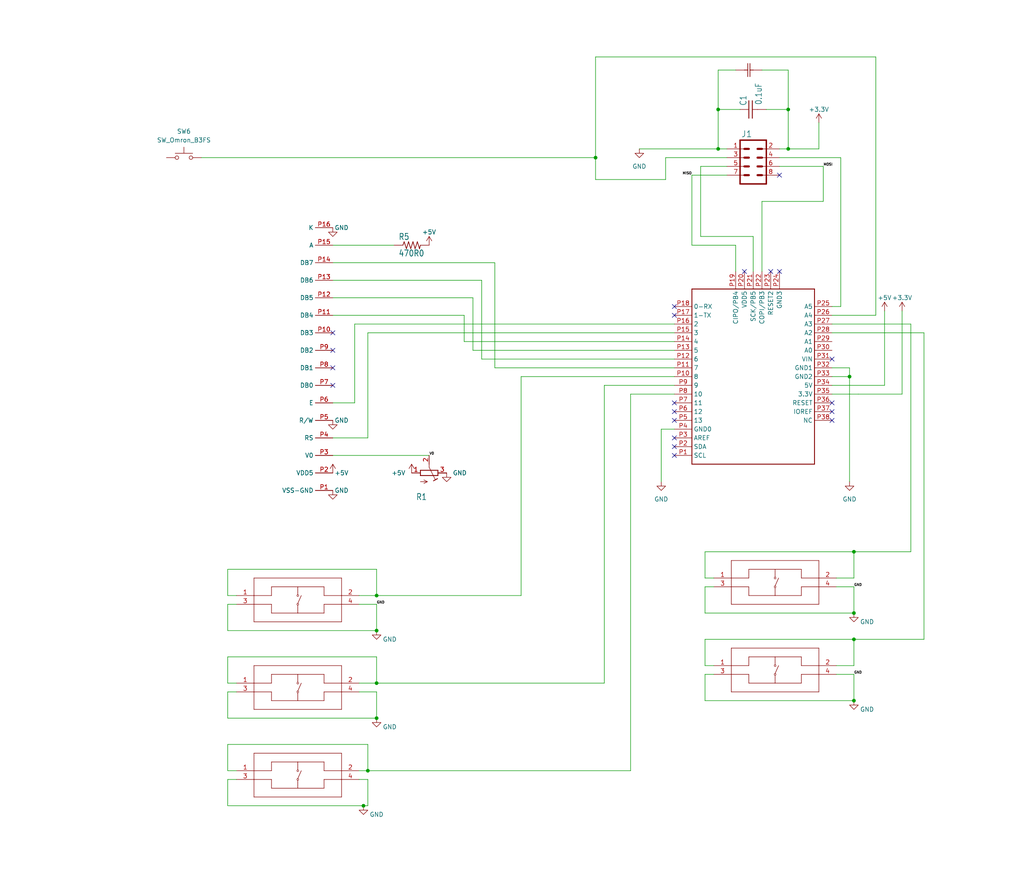
<source format=kicad_sch>
(kicad_sch (version 20230121) (generator eeschema)
  (paper "User" 297.002 253.543)
  (lib_symbols
    (symbol "Arduino_Shield_RC_Controller-eagle-import:ADM1602K"
      (symbol "ADM1602K_1_0"
        (pin bidirectional line (at -7.62 -15.24 0) (length 5.08) (name "VSS-GND") (number "P1"))
        (pin bidirectional line (at -7.62 30.48 0) (length 5.08) (name "DB3") (number "P10"))
        (pin bidirectional line (at -7.62 35.56 0) (length 5.08) (name "DB4") (number "P11"))
        (pin bidirectional line (at -7.62 40.64 0) (length 5.08) (name "DB5") (number "P12"))
        (pin bidirectional line (at -7.62 45.72 0) (length 5.08) (name "DB6") (number "P13"))
        (pin bidirectional line (at -7.62 50.8 0) (length 5.08) (name "DB7") (number "P14"))
        (pin bidirectional line (at -7.62 55.88 0) (length 5.08) (name "A") (number "P15"))
        (pin bidirectional line (at -7.62 60.96 0) (length 5.08) (name "K") (number "P16"))
        (pin bidirectional line (at -7.62 -10.16 0) (length 5.08) (name "VDD5") (number "P2"))
        (pin bidirectional line (at -7.62 -5.08 0) (length 5.08) (name "V0") (number "P3"))
        (pin bidirectional line (at -7.62 0 0) (length 5.08) (name "RS") (number "P4"))
        (pin bidirectional line (at -7.62 5.08 0) (length 5.08) (name "R/W") (number "P5"))
        (pin bidirectional line (at -7.62 10.16 0) (length 5.08) (name "E") (number "P6"))
        (pin bidirectional line (at -7.62 15.24 0) (length 5.08) (name "DB0") (number "P7"))
        (pin bidirectional line (at -7.62 20.32 0) (length 5.08) (name "DB1") (number "P8"))
        (pin bidirectional line (at -7.62 25.4 0) (length 5.08) (name "DB2") (number "P9"))
      )
    )
    (symbol "Arduino_Shield_RC_Controller-eagle-import:ARDUINO_R3"
      (symbol "ARDUINO_R3_1_0"
        (polyline (pts (xy 0 -2.54) (xy 35.56 -2.54)) (stroke (width 0.254)))
        (polyline (pts (xy 0 48.26) (xy 0 -2.54)) (stroke (width 0.254)))
        (polyline (pts (xy 35.56 -2.54) (xy 35.56 48.26)) (stroke (width 0.254)))
        (polyline (pts (xy 35.56 48.26) (xy 0 48.26)) (stroke (width 0.254)))
        (pin bidirectional line (at -5.08 0 0) (length 5.08) (name "SCL") (number "P1"))
        (pin bidirectional line (at -5.08 22.86 0) (length 5.08) (name "8") (number "P10"))
        (pin bidirectional line (at -5.08 25.4 0) (length 5.08) (name "7") (number "P11"))
        (pin bidirectional line (at -5.08 27.94 0) (length 5.08) (name "6") (number "P12"))
        (pin bidirectional line (at -5.08 30.48 0) (length 5.08) (name "5") (number "P13"))
        (pin bidirectional line (at -5.08 33.02 0) (length 5.08) (name "4") (number "P14"))
        (pin bidirectional line (at -5.08 35.56 0) (length 5.08) (name "3") (number "P15"))
        (pin bidirectional line (at -5.08 38.1 0) (length 5.08) (name "2") (number "P16"))
        (pin bidirectional line (at -5.08 40.64 0) (length 5.08) (name "1-TX") (number "P17"))
        (pin bidirectional line (at -5.08 43.18 0) (length 5.08) (name "0-RX") (number "P18"))
        (pin bidirectional line (at 12.7 53.34 270) (length 5.08) (name "CIPO/PB4") (number "P19"))
        (pin bidirectional line (at -5.08 2.54 0) (length 5.08) (name "SDA") (number "P2"))
        (pin bidirectional line (at 15.24 53.34 270) (length 5.08) (name "VDD5") (number "P20"))
        (pin bidirectional line (at 17.78 53.34 270) (length 5.08) (name "SCK/PB5") (number "P21"))
        (pin bidirectional line (at 20.32 53.34 270) (length 5.08) (name "COPI/PB3") (number "P22"))
        (pin bidirectional line (at 22.86 53.34 270) (length 5.08) (name "RESET2") (number "P23"))
        (pin bidirectional line (at 25.4 53.34 270) (length 5.08) (name "GND3") (number "P24"))
        (pin bidirectional line (at 40.64 43.18 180) (length 5.08) (name "A5") (number "P25"))
        (pin bidirectional line (at 40.64 40.64 180) (length 5.08) (name "A4") (number "P26"))
        (pin bidirectional line (at 40.64 38.1 180) (length 5.08) (name "A3") (number "P27"))
        (pin bidirectional line (at 40.64 35.56 180) (length 5.08) (name "A2") (number "P28"))
        (pin bidirectional line (at 40.64 33.02 180) (length 5.08) (name "A1") (number "P29"))
        (pin bidirectional line (at -5.08 5.08 0) (length 5.08) (name "AREF") (number "P3"))
        (pin bidirectional line (at 40.64 30.48 180) (length 5.08) (name "A0") (number "P30"))
        (pin bidirectional line (at 40.64 27.94 180) (length 5.08) (name "VIN") (number "P31"))
        (pin bidirectional line (at 40.64 25.4 180) (length 5.08) (name "GND1") (number "P32"))
        (pin bidirectional line (at 40.64 22.86 180) (length 5.08) (name "GND2") (number "P33"))
        (pin bidirectional line (at 40.64 20.32 180) (length 5.08) (name "5V") (number "P34"))
        (pin bidirectional line (at 40.64 17.78 180) (length 5.08) (name "3.3V") (number "P35"))
        (pin bidirectional line (at 40.64 15.24 180) (length 5.08) (name "RESET") (number "P36"))
        (pin bidirectional line (at 40.64 12.7 180) (length 5.08) (name "IOREF") (number "P37"))
        (pin bidirectional line (at 40.64 10.16 180) (length 5.08) (name "NC") (number "P38"))
        (pin bidirectional line (at -5.08 7.62 0) (length 5.08) (name "GND0") (number "P4"))
        (pin bidirectional line (at -5.08 10.16 0) (length 5.08) (name "13") (number "P5"))
        (pin bidirectional line (at -5.08 12.7 0) (length 5.08) (name "12") (number "P6"))
        (pin bidirectional line (at -5.08 15.24 0) (length 5.08) (name "11") (number "P7"))
        (pin bidirectional line (at -5.08 17.78 0) (length 5.08) (name "10") (number "P8"))
        (pin bidirectional line (at -5.08 20.32 0) (length 5.08) (name "9") (number "P9"))
      )
    )
    (symbol "Arduino_Shield_RC_Controller-eagle-import:CAP_470UF_RAD_TH"
      (symbol "CAP_470UF_RAD_TH_1_0"
        (polyline (pts (xy 2.54 0) (xy 3.4798 0)) (stroke (width 0.2032)))
        (polyline (pts (xy 3.4798 -1.905) (xy 3.4798 0)) (stroke (width 0.2032)))
        (polyline (pts (xy 3.4798 0) (xy 3.4798 1.905)) (stroke (width 0.2032)))
        (polyline (pts (xy 4.1148 -1.905) (xy 4.1148 0)) (stroke (width 0.2032)))
        (polyline (pts (xy 4.1148 0) (xy 4.1148 1.905)) (stroke (width 0.2032)))
        (polyline (pts (xy 4.1148 0) (xy 5.08 0)) (stroke (width 0.2032)))
        (pin passive line (at 0 0 0) (length 2.54) (name "1") (number "1"))
        (pin passive line (at 7.62 0 180) (length 2.54) (name "2") (number "2"))
      )
    )
    (symbol "Arduino_Shield_RC_Controller-eagle-import:CONN_04X2"
      (property "Reference" "J" (at -3.81 5.588 0))
      (symbol "CONN_04X2_1_0"
        (polyline (pts (xy -3.81 5.08) (xy -3.81 -7.62)) (stroke (width 0.4064)))
        (polyline (pts (xy -3.81 5.08) (xy 3.81 5.08)) (stroke (width 0.4064)))
        (polyline (pts (xy -1.27 -5.08) (xy -2.54 -5.08)) (stroke (width 0.6096)))
        (polyline (pts (xy -1.27 -2.54) (xy -2.54 -2.54)) (stroke (width 0.6096)))
        (polyline (pts (xy -1.27 0) (xy -2.54 0)) (stroke (width 0.6096)))
        (polyline (pts (xy -1.27 2.54) (xy -2.54 2.54)) (stroke (width 0.6096)))
        (polyline (pts (xy 1.27 -5.08) (xy 2.54 -5.08)) (stroke (width 0.6096)))
        (polyline (pts (xy 1.27 -2.54) (xy 2.54 -2.54)) (stroke (width 0.6096)))
        (polyline (pts (xy 1.27 0) (xy 2.54 0)) (stroke (width 0.6096)))
        (polyline (pts (xy 1.27 2.54) (xy 2.54 2.54)) (stroke (width 0.6096)))
        (polyline (pts (xy 3.81 -7.62) (xy -3.81 -7.62)) (stroke (width 0.4064)))
        (polyline (pts (xy 3.81 -7.62) (xy 3.81 5.08)) (stroke (width 0.4064)))
        (pin passive line (at -7.62 2.54 0) (length 5.08) (name "1") (number "1"))
        (pin passive line (at 7.62 2.54 180) (length 5.08) (name "2") (number "2"))
        (pin passive line (at -7.62 0 0) (length 5.08) (name "3") (number "3"))
        (pin passive line (at 7.62 0 180) (length 5.08) (name "4") (number "4"))
        (pin passive line (at -7.62 -2.54 0) (length 5.08) (name "5") (number "5"))
        (pin passive line (at 7.62 -2.54 180) (length 5.08) (name "6") (number "6"))
        (pin passive line (at -7.62 -5.08 0) (length 5.08) (name "7") (number "7"))
        (pin passive line (at 7.62 -5.08 180) (length 5.08) (name "8") (number "8"))
      )
    )
    (symbol "Arduino_Shield_RC_Controller-eagle-import:C_0402_0.1UF"
      (property "Reference" "C" (at 1.016 0.635 0))
      (symbol "C_0402_0.1UF_1_0"
        (polyline (pts (xy -2.54 -1.016) (xy 2.54 -1.016)) (stroke (width 0.254)))
        (polyline (pts (xy -2.54 0) (xy 2.54 0)) (stroke (width 0.254)))
        (polyline (pts (xy 0 -1.016) (xy 0 -2.54)) (stroke (width 0.1524)))
        (pin passive line (at 0 2.54 270) (length 2.54) (name "1") (number "P$1"))
        (pin passive line (at 0 -5.08 90) (length 2.54) (name "2") (number "P$2"))
      )
    )
    (symbol "Arduino_Shield_RC_Controller-eagle-import:PTS810SJG250SMTRLFS"
      (symbol "PTS810SJG250SMTRLFS_1_0"
        (polyline (pts (xy 7.62 -7.62) (xy 33.02 -7.62)) (stroke (width 0.1524)))
        (polyline (pts (xy 7.62 -2.54) (xy 7.62 -7.62)) (stroke (width 0.1524)))
        (polyline (pts (xy 7.62 0) (xy 7.62 -2.54)) (stroke (width 0.1524)))
        (polyline (pts (xy 7.62 0) (xy 12.7 0)) (stroke (width 0.1524)))
        (polyline (pts (xy 7.62 5.08) (xy 7.62 0)) (stroke (width 0.1524)))
        (polyline (pts (xy 12.7 -5.08) (xy 12.7 -2.54)) (stroke (width 0.1524)))
        (polyline (pts (xy 12.7 -2.54) (xy 7.62 -2.54)) (stroke (width 0.1524)))
        (polyline (pts (xy 12.7 0) (xy 12.7 2.54)) (stroke (width 0.1524)))
        (polyline (pts (xy 12.7 2.54) (xy 20.32 2.54)) (stroke (width 0.1524)))
        (polyline (pts (xy 20.32 -5.08) (xy 12.7 -5.08)) (stroke (width 0.1524)))
        (polyline (pts (xy 20.32 -2.794) (xy 20.32 -5.08)) (stroke (width 0.1524)))
        (polyline (pts (xy 20.32 2.54) (xy 20.32 0.254)) (stroke (width 0.1524)))
        (polyline (pts (xy 20.32 2.54) (xy 27.94 2.54)) (stroke (width 0.1524)))
        (polyline (pts (xy 21.336 0) (xy 20.32 -2.286)) (stroke (width 0.1524)))
        (polyline (pts (xy 27.94 -5.08) (xy 20.32 -5.08)) (stroke (width 0.1524)))
        (polyline (pts (xy 27.94 -2.54) (xy 27.94 -5.08)) (stroke (width 0.1524)))
        (polyline (pts (xy 27.94 0) (xy 33.02 0)) (stroke (width 0.1524)))
        (polyline (pts (xy 27.94 2.54) (xy 27.94 0)) (stroke (width 0.1524)))
        (polyline (pts (xy 33.02 -7.62) (xy 33.02 -2.54)) (stroke (width 0.1524)))
        (polyline (pts (xy 33.02 -2.54) (xy 27.94 -2.54)) (stroke (width 0.1524)))
        (polyline (pts (xy 33.02 -2.54) (xy 33.02 0)) (stroke (width 0.1524)))
        (polyline (pts (xy 33.02 0) (xy 33.02 5.08)) (stroke (width 0.1524)))
        (polyline (pts (xy 33.02 5.08) (xy 7.62 5.08)) (stroke (width 0.1524)))
        (arc (start 20.32 -2.794) (mid 20.5728 -2.54) (end 20.32 -2.286) (stroke (width 0.127)))
        (arc (start 20.32 -2.286) (mid 20.0671 -2.54) (end 20.32 -2.794) (stroke (width 0.127)))
        (arc (start 20.32 -0.254) (mid 20.5728 0) (end 20.32 0.254) (stroke (width 0.127)))
        (arc (start 20.32 0.254) (mid 20.0671 0) (end 20.32 -0.254) (stroke (width 0.127)))
        (pin passive line (at 2.54 0 0) (length 5.08) (name "1") (number "1"))
        (pin passive line (at 38.1 0 180) (length 5.08) (name "2") (number "2"))
        (pin passive line (at 2.54 -2.54 0) (length 5.08) (name "3") (number "3"))
        (pin passive line (at 38.1 -2.54 180) (length 5.08) (name "4") (number "4"))
      )
    )
    (symbol "Arduino_Shield_RC_Controller-eagle-import:R-TRIMM3103"
      (property "Reference" "R" (at -5.969 -3.81 90))
      (symbol "R-TRIMM3103_1_0"
        (polyline (pts (xy -2.54 -2.54) (xy -2.54 -0.508)) (stroke (width 0.1524)))
        (polyline (pts (xy -2.54 -0.508) (xy -3.048 -1.524)) (stroke (width 0.1524)))
        (polyline (pts (xy -2.54 -0.508) (xy -2.032 -1.524)) (stroke (width 0.1524)))
        (polyline (pts (xy -2.286 1.27) (xy -1.651 2.413)) (stroke (width 0.254)))
        (polyline (pts (xy -0.762 -2.54) (xy 0.762 -2.54)) (stroke (width 0.254)))
        (polyline (pts (xy -0.762 2.54) (xy -0.762 -2.54)) (stroke (width 0.254)))
        (polyline (pts (xy 0 2.54) (xy -0.762 2.54)) (stroke (width 0.254)))
        (polyline (pts (xy 0 2.54) (xy 0 5.08)) (stroke (width 0.1524)))
        (polyline (pts (xy 0.762 -2.54) (xy 0.762 2.54)) (stroke (width 0.254)))
        (polyline (pts (xy 0.762 2.54) (xy 0 2.54)) (stroke (width 0.254)))
        (polyline (pts (xy 1.651 0) (xy -1.8796 1.7526)) (stroke (width 0.1524)))
        (polyline (pts (xy 2.54 0) (xy 1.651 0)) (stroke (width 0.1524)))
        (pin passive line (at 0 -5.08 90) (length 2.54) (name "A") (number "1"))
        (pin passive line (at 5.08 0 180) (length 2.54) (name "S") (number "2"))
        (pin passive line (at 0 5.08 270) (length 2.54) (name "E") (number "3"))
      )
    )
    (symbol "Arduino_Shield_RC_Controller-eagle-import:R_0402_470R0"
      (property "Reference" "R" (at -3.81 1.4986 0))
      (symbol "R_0402_470R0_1_0"
        (polyline (pts (xy -2.54 0) (xy -2.159 1.016)) (stroke (width 0.2032)))
        (polyline (pts (xy -2.159 1.016) (xy -1.524 -1.016)) (stroke (width 0.2032)))
        (polyline (pts (xy -1.524 -1.016) (xy -0.889 1.016)) (stroke (width 0.2032)))
        (polyline (pts (xy -0.889 1.016) (xy -0.254 -1.016)) (stroke (width 0.2032)))
        (polyline (pts (xy -0.254 -1.016) (xy 0.381 1.016)) (stroke (width 0.2032)))
        (polyline (pts (xy 0.381 1.016) (xy 1.016 -1.016)) (stroke (width 0.2032)))
        (polyline (pts (xy 1.016 -1.016) (xy 1.651 1.016)) (stroke (width 0.2032)))
        (polyline (pts (xy 1.651 1.016) (xy 2.286 -1.016)) (stroke (width 0.2032)))
        (polyline (pts (xy 2.286 -1.016) (xy 2.54 0)) (stroke (width 0.2032)))
        (pin passive line (at -5.08 0 0) (length 2.54) (name "1") (number "P$1"))
        (pin passive line (at 5.08 0 180) (length 2.54) (name "2") (number "P$2"))
      )
    )
    (symbol "Switch:SW_Omron_B3FS" (pin_numbers hide) (pin_names (offset 1.016) hide)
      (property "Reference" "SW" (at 1.27 2.54 0))
      (property "Value" "SW_Omron_B3FS" (at 0 -1.524 0))
      (symbol "SW_Omron_B3FS_0_1"
        (circle (center -2.032 0) (radius 0.508))
        (polyline (pts (xy 0 1.27) (xy 0 3.048)))
        (polyline (pts (xy 2.54 1.27) (xy -2.54 1.27)))
        (circle (center 2.032 0) (radius 0.508))
        (pin passive line (at -5.08 0 0) (length 2.54) (name "1") (number "1"))
        (pin passive line (at 5.08 0 180) (length 2.54) (name "2") (number "2"))
      )
    )
    (symbol "power:+3.3V" (power) (pin_names (offset 0))
      (property "Value" "+3.3V" (at 0 3.556 0))
      (symbol "+3.3V_0_1"
        (polyline (pts (xy -0.762 1.27) (xy 0 2.54)))
        (polyline (pts (xy 0 0) (xy 0 2.54)))
        (polyline (pts (xy 0 2.54) (xy 0.762 1.27)))
      )
      (symbol "+3.3V_1_1"
        (pin power_in line (at 0 0 90) (length 0) hide (name "+3.3V") (number "1"))
      )
    )
    (symbol "power:+5V" (power) (pin_names (offset 0))
      (property "Value" "+5V" (at 0 3.556 0))
      (symbol "+5V_0_1"
        (polyline (pts (xy -0.762 1.27) (xy 0 2.54)))
        (polyline (pts (xy 0 0) (xy 0 2.54)))
        (polyline (pts (xy 0 2.54) (xy 0.762 1.27)))
      )
      (symbol "+5V_1_1"
        (pin power_in line (at 0 0 90) (length 0) hide (name "+5V") (number "1"))
      )
    )
    (symbol "power:GND" (power) (pin_names (offset 0))
      (property "Value" "GND" (at 0 -3.81 0))
      (symbol "GND_0_1"
        (polyline (pts (xy 0 0) (xy 0 -1.27) (xy 1.27 -1.27) (xy 0 -2.54) (xy -1.27 -1.27) (xy 0 -1.27)))
      )
      (symbol "GND_1_1"
        (pin power_in line (at 0 0 270) (length 0) hide (name "GND") (number "1"))
      )
    )
  )
  (junction (at 247.65 203.2))
  (junction (at 109.22 182.88))
  (junction (at 228.6 43.18))
  (junction (at 109.22 198.12))
  (junction (at 172.72 45.72))
  (junction (at 247.65 177.8))
  (junction (at 247.65 185.42))
  (junction (at 208.28 43.18))
  (junction (at 208.28 31.75))
  (junction (at 106.68 223.52))
  (junction (at 109.22 208.28))
  (junction (at 105.41 233.68))
  (junction (at 109.22 172.72))
  (junction (at 247.65 160.02))
  (junction (at 246.38 109.22))
  (junction (at 228.6 31.75))
  (no_connect (at 195.58 132.08))
  (no_connect (at 226.06 78.74))
  (no_connect (at 195.58 129.54))
  (no_connect (at 195.58 91.44))
  (no_connect (at 96.52 106.68))
  (no_connect (at 96.52 101.6))
  (no_connect (at 226.06 50.8))
  (no_connect (at 241.3 116.84))
  (no_connect (at 195.58 88.9))
  (no_connect (at 241.3 119.38))
  (no_connect (at 96.52 96.52))
  (no_connect (at 96.52 111.76))
  (no_connect (at 195.58 121.92))
  (no_connect (at 241.3 121.92))
  (no_connect (at 215.9 78.74))
  (no_connect (at 223.52 78.74))
  (no_connect (at 241.3 104.14))
  (no_connect (at 195.58 127))
  (no_connect (at 195.58 119.38))
  (no_connect (at 195.58 116.84))
  (wire (pts (xy 267.97 96.52) (xy 267.97 185.42)))
  (wire (pts (xy 241.3 88.9) (xy 243.84 88.9)))
  (wire (pts (xy 109.22 175.26) (xy 104.14 175.26)) (stroke (width 0.1524)))
  (wire (pts (xy 96.52 71.12) (xy 114.3 71.12)) (stroke (width 0.1524)))
  (wire (pts (xy 237.49 43.18) (xy 228.6 43.18)))
  (wire (pts (xy 172.72 45.72) (xy 172.72 52.07)))
  (wire (pts (xy 208.28 20.32) (xy 208.28 31.75)) (stroke (width 0.1524)))
  (wire (pts (xy 210.82 50.8) (xy 200.66 50.8)) (stroke (width 0.1524)))
  (wire (pts (xy 226.06 43.18) (xy 228.6 43.18)) (stroke (width 0.1524)))
  (wire (pts (xy 237.49 35.56) (xy 237.49 43.18)))
  (wire (pts (xy 247.65 160.02) (xy 247.65 167.64)) (stroke (width 0.1524)))
  (wire (pts (xy 207.01 167.64) (xy 204.47 167.64)) (stroke (width 0.1524)))
  (wire (pts (xy 104.14 223.52) (xy 106.68 223.52)) (stroke (width 0.1524)))
  (wire (pts (xy 210.82 48.26) (xy 203.2 48.26)) (stroke (width 0.1524)))
  (wire (pts (xy 204.47 177.8) (xy 247.65 177.8)) (stroke (width 0.1524)))
  (wire (pts (xy 195.58 111.76) (xy 175.26 111.76)))
  (wire (pts (xy 195.58 124.46) (xy 191.77 124.46)))
  (wire (pts (xy 207.01 170.18) (xy 204.47 170.18)) (stroke (width 0.1524)))
  (wire (pts (xy 203.2 68.58) (xy 203.2 48.26)) (stroke (width 0.1524)))
  (wire (pts (xy 247.65 185.42) (xy 247.65 193.04)) (stroke (width 0.1524)))
  (wire (pts (xy 264.16 93.98) (xy 264.16 160.02)))
  (wire (pts (xy 207.01 195.58) (xy 204.47 195.58)) (stroke (width 0.1524)))
  (wire (pts (xy 66.04 165.1) (xy 109.22 165.1)) (stroke (width 0.1524)))
  (wire (pts (xy 102.87 116.84) (xy 96.52 116.84)))
  (wire (pts (xy 254 91.44) (xy 241.3 91.44)))
  (wire (pts (xy 204.47 167.64) (xy 204.47 160.02)) (stroke (width 0.1524)))
  (wire (pts (xy 66.04 226.06) (xy 66.04 233.68)) (stroke (width 0.1524)))
  (wire (pts (xy 58.42 45.72) (xy 172.72 45.72)))
  (wire (pts (xy 204.47 185.42) (xy 247.65 185.42)) (stroke (width 0.1524)))
  (wire (pts (xy 182.88 223.52) (xy 106.68 223.52)))
  (wire (pts (xy 193.04 52.07) (xy 172.72 52.07)))
  (wire (pts (xy 242.57 193.04) (xy 247.65 193.04)) (stroke (width 0.1524)))
  (wire (pts (xy 68.58 223.52) (xy 66.04 223.52)) (stroke (width 0.1524)))
  (wire (pts (xy 264.16 160.02) (xy 247.65 160.02)))
  (wire (pts (xy 66.04 175.26) (xy 66.04 182.88)) (stroke (width 0.1524)))
  (wire (pts (xy 195.58 101.6) (xy 137.16 101.6)))
  (wire (pts (xy 204.47 193.04) (xy 204.47 185.42)) (stroke (width 0.1524)))
  (wire (pts (xy 248.92 114.3) (xy 261.62 114.3)))
  (wire (pts (xy 241.3 96.52) (xy 267.97 96.52)))
  (wire (pts (xy 66.04 190.5) (xy 109.22 190.5)) (stroke (width 0.1524)))
  (wire (pts (xy 106.68 96.52) (xy 106.68 127)))
  (wire (pts (xy 182.88 114.3) (xy 182.88 223.52)))
  (wire (pts (xy 213.36 20.32) (xy 208.28 20.32)) (stroke (width 0.1524)))
  (wire (pts (xy 68.58 172.72) (xy 66.04 172.72)) (stroke (width 0.1524)))
  (wire (pts (xy 134.62 99.06) (xy 195.58 99.06)))
  (wire (pts (xy 246.38 139.7) (xy 246.38 109.22)))
  (wire (pts (xy 200.66 71.12) (xy 213.36 71.12)) (stroke (width 0.1524)))
  (wire (pts (xy 109.22 200.66) (xy 104.14 200.66)) (stroke (width 0.1524)))
  (wire (pts (xy 109.22 190.5) (xy 109.22 198.12)) (stroke (width 0.1524)))
  (wire (pts (xy 66.04 223.52) (xy 66.04 215.9)) (stroke (width 0.1524)))
  (wire (pts (xy 104.14 198.12) (xy 109.22 198.12)))
  (wire (pts (xy 218.44 68.58) (xy 203.2 68.58)) (stroke (width 0.1524)))
  (wire (pts (xy 96.52 132.08) (xy 124.46 132.08)) (stroke (width 0.1524)))
  (wire (pts (xy 106.68 215.9) (xy 106.68 223.52)) (stroke (width 0.1524)))
  (wire (pts (xy 104.14 172.72) (xy 109.22 172.72)) (stroke (width 0.1524)))
  (wire (pts (xy 247.65 203.2) (xy 247.65 195.58)) (stroke (width 0.1524)))
  (wire (pts (xy 261.62 90.17) (xy 261.62 114.3)))
  (wire (pts (xy 247.65 177.8) (xy 247.65 170.18)) (stroke (width 0.1524)))
  (wire (pts (xy 220.98 58.42) (xy 238.76 58.42)) (stroke (width 0.1524)))
  (wire (pts (xy 238.76 48.26) (xy 226.06 48.26)) (stroke (width 0.1524)))
  (wire (pts (xy 213.36 71.12) (xy 213.36 78.74)) (stroke (width 0.1524)))
  (wire (pts (xy 200.66 50.8) (xy 200.66 71.12)) (stroke (width 0.1524)))
  (wire (pts (xy 204.47 170.18) (xy 204.47 177.8)) (stroke (width 0.1524)))
  (wire (pts (xy 102.87 93.98) (xy 102.87 116.84)))
  (wire (pts (xy 210.82 43.18) (xy 208.28 43.18)) (stroke (width 0.1524)))
  (wire (pts (xy 238.76 58.42) (xy 238.76 48.26)) (stroke (width 0.1524)))
  (wire (pts (xy 208.28 31.75) (xy 208.28 43.18)) (stroke (width 0.1524)))
  (wire (pts (xy 66.04 182.88) (xy 109.22 182.88)) (stroke (width 0.1524)))
  (wire (pts (xy 172.72 16.51) (xy 172.72 45.72)))
  (wire (pts (xy 109.22 208.28) (xy 109.22 200.66)) (stroke (width 0.1524)))
  (wire (pts (xy 195.58 109.22) (xy 151.13 109.22)))
  (wire (pts (xy 143.51 76.2) (xy 96.52 76.2)))
  (wire (pts (xy 247.65 195.58) (xy 242.57 195.58)) (stroke (width 0.1524)))
  (wire (pts (xy 241.3 114.3) (xy 248.92 114.3)) (stroke (width 0.1524)))
  (wire (pts (xy 96.52 81.28) (xy 139.7 81.28)))
  (wire (pts (xy 104.14 226.06) (xy 106.68 226.06)) (stroke (width 0.1524)))
  (wire (pts (xy 220.98 78.74) (xy 220.98 58.42)) (stroke (width 0.1524)))
  (wire (pts (xy 228.6 20.32) (xy 228.6 31.75)) (stroke (width 0.1524)))
  (wire (pts (xy 139.7 81.28) (xy 139.7 104.14)))
  (wire (pts (xy 96.52 91.44) (xy 134.62 91.44)))
  (wire (pts (xy 226.06 45.72) (xy 243.84 45.72)))
  (wire (pts (xy 241.3 93.98) (xy 264.16 93.98)))
  (wire (pts (xy 256.54 111.76) (xy 241.3 111.76)))
  (wire (pts (xy 66.04 172.72) (xy 66.04 165.1)) (stroke (width 0.1524)))
  (wire (pts (xy 254 16.51) (xy 254 91.44)))
  (wire (pts (xy 105.41 233.68) (xy 106.68 233.68)) (stroke (width 0.1524)))
  (wire (pts (xy 204.47 203.2) (xy 247.65 203.2)) (stroke (width 0.1524)))
  (wire (pts (xy 175.26 198.12) (xy 109.22 198.12)))
  (wire (pts (xy 68.58 200.66) (xy 66.04 200.66)) (stroke (width 0.1524)))
  (wire (pts (xy 210.82 45.72) (xy 193.04 45.72)))
  (wire (pts (xy 193.04 45.72) (xy 193.04 52.07)))
  (wire (pts (xy 220.98 20.32) (xy 228.6 20.32)) (stroke (width 0.1524)))
  (wire (pts (xy 228.6 31.75) (xy 228.6 43.18)) (stroke (width 0.1524)))
  (wire (pts (xy 242.57 167.64) (xy 247.65 167.64)) (stroke (width 0.1524)))
  (wire (pts (xy 68.58 198.12) (xy 66.04 198.12)) (stroke (width 0.1524)))
  (wire (pts (xy 195.58 106.68) (xy 143.51 106.68)))
  (wire (pts (xy 256.54 90.17) (xy 256.54 111.76)))
  (wire (pts (xy 66.04 200.66) (xy 66.04 208.28)) (stroke (width 0.1524)))
  (wire (pts (xy 106.68 233.68) (xy 106.68 226.06)) (stroke (width 0.1524)))
  (wire (pts (xy 247.65 170.18) (xy 242.57 170.18)) (stroke (width 0.1524)))
  (wire (pts (xy 151.13 109.22) (xy 151.13 172.72)))
  (wire (pts (xy 66.04 215.9) (xy 106.68 215.9)) (stroke (width 0.1524)))
  (wire (pts (xy 175.26 111.76) (xy 175.26 198.12)))
  (wire (pts (xy 241.3 109.22) (xy 246.38 109.22)) (stroke (width 0.1524)))
  (wire (pts (xy 139.7 104.14) (xy 195.58 104.14)))
  (wire (pts (xy 243.84 45.72) (xy 243.84 88.9)))
  (wire (pts (xy 137.16 86.36) (xy 96.52 86.36)))
  (wire (pts (xy 66.04 208.28) (xy 109.22 208.28)) (stroke (width 0.1524)))
  (wire (pts (xy 109.22 182.88) (xy 109.22 175.26)) (stroke (width 0.1524)))
  (wire (pts (xy 134.62 91.44) (xy 134.62 99.06)))
  (wire (pts (xy 241.3 106.68) (xy 246.38 106.68)) (stroke (width 0.1524)))
  (wire (pts (xy 172.72 16.51) (xy 254 16.51)))
  (wire (pts (xy 185.42 43.18) (xy 208.28 43.18)))
  (wire (pts (xy 195.58 96.52) (xy 106.68 96.52)))
  (wire (pts (xy 66.04 198.12) (xy 66.04 190.5)) (stroke (width 0.1524)))
  (wire (pts (xy 218.44 68.58) (xy 218.44 78.74)) (stroke (width 0.1524)))
  (wire (pts (xy 191.77 124.46) (xy 191.77 139.7)))
  (wire (pts (xy 68.58 226.06) (xy 66.04 226.06)) (stroke (width 0.1524)))
  (wire (pts (xy 246.38 109.22) (xy 246.38 106.68)) (stroke (width 0.1524)))
  (wire (pts (xy 151.13 172.72) (xy 109.22 172.72)))
  (wire (pts (xy 143.51 106.68) (xy 143.51 76.2)))
  (wire (pts (xy 222.25 31.75) (xy 228.6 31.75)))
  (wire (pts (xy 66.04 233.68) (xy 105.41 233.68)) (stroke (width 0.1524)))
  (wire (pts (xy 207.01 193.04) (xy 204.47 193.04)) (stroke (width 0.1524)))
  (wire (pts (xy 109.22 165.1) (xy 109.22 172.72)) (stroke (width 0.1524)))
  (wire (pts (xy 208.28 31.75) (xy 214.63 31.75)))
  (wire (pts (xy 106.68 127) (xy 96.52 127)))
  (wire (pts (xy 204.47 160.02) (xy 247.65 160.02)) (stroke (width 0.1524)))
  (wire (pts (xy 204.47 195.58) (xy 204.47 203.2)) (stroke (width 0.1524)))
  (wire (pts (xy 137.16 101.6) (xy 137.16 86.36)))
  (wire (pts (xy 68.58 175.26) (xy 66.04 175.26)) (stroke (width 0.1524)))
  (wire (pts (xy 195.58 93.98) (xy 102.87 93.98)))
  (wire (pts (xy 247.65 185.42) (xy 267.97 185.42)))
  (wire (pts (xy 195.58 114.3) (xy 182.88 114.3)))
  (label "MOSI" (at 238.76 48.26 0) (effects (font (size 0.7112 0.7112))))
  (label "V0" (at 124.46 132.08 0) (effects (font (size 0.7112 0.7112))))
  (label "GND" (at 247.65 170.18 0) (effects (font (size 0.7112 0.7112))))
  (label "MISO" (at 200.66 50.8 180) (effects (font (size 0.7112 0.7112))))
  (label "GND" (at 247.65 195.58 0) (effects (font (size 0.7112 0.7112))))
  (label "GND" (at 109.22 175.26 0) (effects (font (size 0.7112 0.7112))))
  (symbol (lib_id "Arduino_Shield_RC_Controller-eagle-import:ADM1602K") (at 88.9 127 0) (mirror y) (unit 1)
    (property "Reference" "LCD1" (effects hide))
    (property "Value" "ADM1602K" (effects hide))
    (property "Footprint" "Arduino_Shield_RC_Controller:ADM1602K" (effects hide))
  )
  (symbol (lib_id "power:+5V") (at 119.38 137.16 0) (unit 1)
    (property "Reference" "#PWR014" (effects hide))
    (property "Value" "+5V" (at 115.57 137.16 0))
  )
  (symbol (lib_id "power:GND") (at 129.54 137.16 0) (unit 1)
    (property "Reference" "#PWR011" (effects hide))
    (property "Value" "GND" (at 133.35 137.16 0))
  )
  (symbol (lib_id "power:+5V") (at 96.52 137.16 0) (unit 1)
    (property "Reference" "#PWR013" (effects hide))
    (property "Value" "+5V" (at 99.06 137.16 0))
  )
  (symbol (lib_id "power:GND") (at 105.41 233.68 0) (unit 1)
    (property "Reference" "#PWR016" (effects hide))
    (property "Value" "GND" (at 109.22 236.22 0))
  )
  (symbol (lib_id "Switch:SW_Omron_B3FS") (at 53.34 45.72 0) (unit 1)
    (property "Reference" "SW6" (at 53.34 38.1 0))
    (property "Value" "SW_Omron_B3FS" (at 53.34 40.64 0))
    (property "Footprint" "Button_Switch_THT:SW_TH_Tactile_Omron_B3F-10xx" (effects hide))
    (property "Datasheet" "https://omronfs.omron.com/en_US/ecb/products/pdf/en-b3fs.pdf" (effects hide))
  )
  (symbol (lib_id "Arduino_Shield_RC_Controller-eagle-import:CAP_470UF_RAD_TH") (at 220.98 20.32 180) (unit 1)
    (property "Reference" "C2" (effects hide))
    (property "Value" "CAP_470UF_RAD_TH" (effects hide))
    (property "Footprint" "Arduino_Shield_RC_Controller:CAP_YX_10X16_RUB" (effects hide))
  )
  (symbol (lib_id "power:GND") (at 109.22 208.28 0) (unit 1)
    (property "Reference" "#PWR015" (effects hide))
    (property "Value" "GND" (at 113.03 210.82 0))
  )
  (symbol (lib_id "Arduino_Shield_RC_Controller-eagle-import:PTS810SJG250SMTRLFS") (at 204.47 193.04 0) (unit 1)
    (property "Reference" "SW5" (effects hide))
    (property "Value" "PTS810SJG250SMTRLFS" (effects hide))
    (property "Footprint" "Arduino_Shield_RC_Controller:PTS810" (effects hide))
  )
  (symbol (lib_id "power:GND") (at 96.52 66.04 0) (unit 1)
    (property "Reference" "#PWR09" (effects hide))
    (property "Value" "GND" (at 99.06 66.04 0))
  )
  (symbol (lib_id "Arduino_Shield_RC_Controller-eagle-import:ARDUINO_R3") (at 200.66 132.08 0) (unit 1)
    (property "Reference" "AR1" (effects hide))
    (property "Value" "ARDUINO_R3" (effects hide))
    (property "Footprint" "Arduino_Shield_RC_Controller:ARDUINO_R3" (effects hide))
  )
  (symbol (lib_id "Arduino_Shield_RC_Controller-eagle-import:R_0402_470R0") (at 119.38 71.12 0) (unit 1)
    (property "Reference" "R5" (at 115.57 69.6214 0) (effects (font (size 1.778 1.5113)) (justify left bottom)))
    (property "Value" "470R0" (at 115.57 74.422 0) (effects (font (size 1.778 1.5113)) (justify left bottom)))
    (property "Footprint" "Arduino_Shield_RC_Controller:0402" (effects hide))
  )
  (symbol (lib_id "Arduino_Shield_RC_Controller-eagle-import:PTS810SJG250SMTRLFS") (at 204.47 167.64 0) (unit 1)
    (property "Reference" "SW4" (effects hide))
    (property "Value" "PTS810SJG250SMTRLFS" (effects hide))
    (property "Footprint" "Arduino_Shield_RC_Controller:PTS810" (effects hide))
  )
  (symbol (lib_id "power:+5V") (at 256.54 90.17 0) (unit 1)
    (property "Reference" "#PWR03" (effects hide))
    (property "Value" "+5V" (at 256.54 86.36 0))
  )
  (symbol (lib_id "power:+5V") (at 124.46 71.12 0) (unit 1)
    (property "Reference" "#PWR012" (effects hide))
    (property "Value" "+5V" (at 124.46 67.31 0))
  )
  (symbol (lib_id "power:+3.3V") (at 237.49 35.56 0) (unit 1)
    (property "Reference" "#PWR02" (effects hide))
    (property "Value" "+3.3V" (at 237.49 31.75 0))
  )
  (symbol (lib_id "power:GND") (at 246.38 139.7 0) (unit 1)
    (property "Reference" "#PWR04" (effects hide))
    (property "Value" "GND" (at 246.38 144.78 0))
  )
  (symbol (lib_id "power:GND") (at 96.52 121.92 0) (unit 1)
    (property "Reference" "#PWR07" (effects hide))
    (property "Value" "GND" (at 99.06 121.92 0))
  )
  (symbol (lib_id "Arduino_Shield_RC_Controller-eagle-import:PTS810SJG250SMTRLFS") (at 66.04 198.12 0) (unit 1)
    (property "Reference" "SW2" (effects hide))
    (property "Value" "PTS810SJG250SMTRLFS" (effects hide))
    (property "Footprint" "Arduino_Shield_RC_Controller:PTS810" (effects hide))
  )
  (symbol (lib_id "power:+3.3V") (at 261.62 90.17 0) (unit 1)
    (property "Reference" "#PWR01" (effects hide))
    (property "Value" "+3.3V" (at 261.62 86.36 0))
  )
  (symbol (lib_id "Arduino_Shield_RC_Controller-eagle-import:PTS810SJG250SMTRLFS") (at 66.04 223.52 0) (unit 1)
    (property "Reference" "SW3" (effects hide))
    (property "Value" "PTS810SJG250SMTRLFS" (effects hide))
    (property "Footprint" "Arduino_Shield_RC_Controller:PTS810" (effects hide))
  )
  (symbol (lib_id "power:GND") (at 96.52 142.24 0) (unit 1)
    (property "Reference" "#PWR010" (effects hide))
    (property "Value" "GND" (at 99.06 142.24 0))
  )
  (symbol (lib_id "power:GND") (at 247.65 203.2 0) (unit 1)
    (property "Reference" "#PWR018" (effects hide))
    (property "Value" "GND" (at 251.46 205.74 0))
  )
  (symbol (lib_id "power:GND") (at 191.77 139.7 0) (unit 1)
    (property "Reference" "#PWR05" (effects hide))
    (property "Value" "GND" (at 191.77 144.78 0))
  )
  (symbol (lib_id "power:GND") (at 185.42 43.18 0) (unit 1)
    (property "Reference" "#PWR06" (effects hide))
    (property "Value" "GND" (at 185.42 48.26 0))
  )
  (symbol (lib_id "Arduino_Shield_RC_Controller-eagle-import:CONN_04X2") (at 218.44 45.72 0) (unit 1)
    (property "Reference" "J1" (at 214.884 39.878 0) (effects (font (size 1.778 1.778)) (justify left bottom)))
    (property "Value" "CONN_04X2" (effects hide))
    (property "Footprint" "Arduino_Shield_RC_Controller:2X4" (effects hide))
  )
  (symbol (lib_id "power:GND") (at 247.65 177.8 0) (unit 1)
    (property "Reference" "#PWR017" (effects hide))
    (property "Value" "GND" (at 251.46 180.34 0))
  )
  (symbol (lib_id "power:GND") (at 109.22 182.88 0) (unit 1)
    (property "Reference" "#PWR08" (effects hide))
    (property "Value" "GND" (at 113.03 185.42 0))
  )
  (symbol (lib_id "Arduino_Shield_RC_Controller-eagle-import:R-TRIMM3103") (at 124.46 137.16 270) (mirror x) (unit 1)
    (property "Reference" "R1" (at 120.65 143.129 90) (effects (font (size 1.778 1.5113)) (justify left bottom)))
    (property "Value" "R-TRIMM3103" (effects hide))
    (property "Footprint" "Arduino_Shield_RC_Controller:RTRIM3103" (effects hide))
  )
  (symbol (lib_id "Arduino_Shield_RC_Controller-eagle-import:C_0402_0.1UF") (at 217.17 31.75 90) (unit 1)
    (property "Reference" "C1" (at 216.535 30.734 0) (effects (font (size 1.778 1.5113)) (justify left bottom)))
    (property "Value" "0.1uF" (at 220.98 30.48 0) (effects (font (size 1.778 1.5113)) (justify left bottom)))
    (property "Footprint" "Arduino_Shield_RC_Controller:0402" (effects hide))
  )
  (symbol (lib_id "Arduino_Shield_RC_Controller-eagle-import:PTS810SJG250SMTRLFS") (at 66.04 172.72 0) (unit 1)
    (property "Reference" "SW1" (effects hide))
    (property "Value" "PTS810SJG250SMTRLFS" (effects hide))
    (property "Footprint" "Arduino_Shield_RC_Controller:PTS810" (effects hide))
  )
)
</source>
